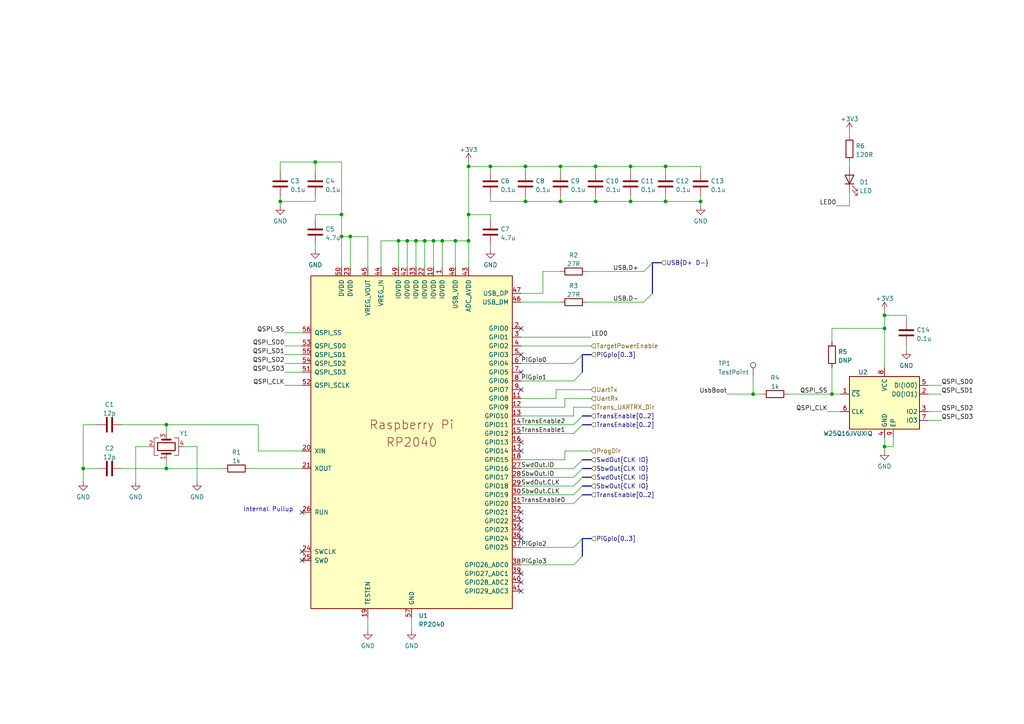
<source format=kicad_sch>
(kicad_sch (version 20211123) (generator eeschema)
  (paper "A4")
  (lib_symbols
    (symbol "Connector:TestPoint" (pin_numbers hide) (pin_names (offset 0.762) hide)
      (property "Reference" "TP" (at 0 6.858 0))
      (property "Value" "TestPoint" (at 0 5.08 0))
      (symbol "TestPoint_0_1"
        (circle (center 0 3.302) (radius 0.762))
      )
      (symbol "TestPoint_1_1"
        (pin passive line (at 0 0 90) (length 2.54) (name "1") (number "1"))
      )
    )
    (symbol "Device:C" (pin_numbers hide) (pin_names (offset 0.254))
      (property "Reference" "C" (at 0.635 2.54 0))
      (property "Value" "C" (at 0.635 -2.54 0))
      (symbol "C_0_1"
        (polyline (pts (xy -2.032 -0.762) (xy 2.032 -0.762)) (stroke (width 0.508)))
        (polyline (pts (xy -2.032 0.762) (xy 2.032 0.762)) (stroke (width 0.508)))
      )
      (symbol "C_1_1"
        (pin passive line (at 0 3.81 270) (length 2.794) (name "~") (number "1"))
        (pin passive line (at 0 -3.81 90) (length 2.794) (name "~") (number "2"))
      )
    )
    (symbol "Device:Crystal_GND24" (pin_names (offset 1.016) hide)
      (property "Reference" "Y" (at 3.175 5.08 0))
      (property "Value" "Crystal_GND24" (at 3.175 3.175 0))
      (symbol "Crystal_GND24_0_1"
        (rectangle (start -1.143 2.54) (end 1.143 -2.54) (stroke (width 0.3048)))
        (polyline (pts (xy -2.54 0) (xy -2.032 0)))
        (polyline (pts (xy -2.032 -1.27) (xy -2.032 1.27)) (stroke (width 0.508)))
        (polyline (pts (xy 0 -3.81) (xy 0 -3.556)))
        (polyline (pts (xy 0 3.556) (xy 0 3.81)))
        (polyline (pts (xy 2.032 -1.27) (xy 2.032 1.27)) (stroke (width 0.508)))
        (polyline (pts (xy 2.032 0) (xy 2.54 0)))
        (polyline (pts (xy -2.54 -2.286) (xy -2.54 -3.556) (xy 2.54 -3.556) (xy 2.54 -2.286)))
        (polyline (pts (xy -2.54 2.286) (xy -2.54 3.556) (xy 2.54 3.556) (xy 2.54 2.286)))
      )
      (symbol "Crystal_GND24_1_1"
        (pin passive line (at -3.81 0 0) (length 1.27) (name "1") (number "1"))
        (pin passive line (at 0 5.08 270) (length 1.27) (name "2") (number "2"))
        (pin passive line (at 3.81 0 180) (length 1.27) (name "3") (number "3"))
        (pin passive line (at 0 -5.08 90) (length 1.27) (name "4") (number "4"))
      )
    )
    (symbol "Device:LED" (pin_numbers hide) (pin_names (offset 1.016) hide)
      (property "Reference" "D" (at 0 2.54 0))
      (property "Value" "LED" (at 0 -2.54 0))
      (symbol "LED_0_1"
        (polyline (pts (xy -1.27 -1.27) (xy -1.27 1.27)) (stroke (width 0.254)))
        (polyline (pts (xy -1.27 0) (xy 1.27 0)))
        (polyline (pts (xy 1.27 -1.27) (xy 1.27 1.27) (xy -1.27 0) (xy 1.27 -1.27)) (stroke (width 0.254)))
        (polyline (pts (xy -3.048 -0.762) (xy -4.572 -2.286) (xy -3.81 -2.286) (xy -4.572 -2.286) (xy -4.572 -1.524)))
        (polyline (pts (xy -1.778 -0.762) (xy -3.302 -2.286) (xy -2.54 -2.286) (xy -3.302 -2.286) (xy -3.302 -1.524)))
      )
      (symbol "LED_1_1"
        (pin passive line (at -3.81 0 0) (length 2.54) (name "K") (number "1"))
        (pin passive line (at 3.81 0 180) (length 2.54) (name "A") (number "2"))
      )
    )
    (symbol "Device:R" (pin_numbers hide) (pin_names (offset 0))
      (property "Reference" "R" (at 2.032 0 90))
      (property "Value" "R" (at 0 0 90))
      (symbol "R_0_1"
        (rectangle (start -1.016 -2.54) (end 1.016 2.54) (stroke (width 0.254)))
      )
      (symbol "R_1_1"
        (pin passive line (at 0 3.81 270) (length 1.27) (name "~") (number "1"))
        (pin passive line (at 0 -3.81 90) (length 1.27) (name "~") (number "2"))
      )
    )
    (symbol "power:+3V3" (power) (pin_names (offset 0))
      (property "Value" "+3V3" (at 0 3.556 0))
      (symbol "+3V3_0_1"
        (polyline (pts (xy -0.762 1.27) (xy 0 2.54)))
        (polyline (pts (xy 0 0) (xy 0 2.54)))
        (polyline (pts (xy 0 2.54) (xy 0.762 1.27)))
      )
      (symbol "+3V3_1_1"
        (pin power_in line (at 0 0 90) (length 0) hide (name "+3V3") (number "1"))
      )
    )
    (symbol "power:GND" (power) (pin_names (offset 0))
      (property "Value" "GND" (at 0 -3.81 0))
      (symbol "GND_0_1"
        (polyline (pts (xy 0 0) (xy 0 -1.27) (xy 1.27 -1.27) (xy 0 -2.54) (xy -1.27 -1.27) (xy 0 -1.27)))
      )
      (symbol "GND_1_1"
        (pin power_in line (at 0 0 270) (length 0) hide (name "GND") (number "1"))
      )
    )
    (symbol "riotee:RP2040" (pin_names (offset 1.016))
      (property "Reference" "U" (at -29.21 49.53 0))
      (property "Value" "RP2040" (at 24.13 -49.53 0))
      (symbol "RP2040_0_0"
        (text "Raspberry Pi" (at 0 5.08 0) (effects (font (size 2.54 2.54))))
        (text "RP2040" (at 0 0 0) (effects (font (size 2.54 2.54))))
      )
      (symbol "RP2040_0_1"
        (rectangle (start 29.21 48.26) (end -29.21 -48.26) (stroke (width 0.254)) (fill (type background)))
      )
      (symbol "RP2040_1_1"
        (pin power_in line (at 8.89 50.8 270) (length 2.54) (name "IOVDD") (number "1"))
        (pin power_in line (at 6.35 50.8 270) (length 2.54) (name "IOVDD") (number "10"))
        (pin bidirectional line (at 31.75 12.7 180) (length 2.54) (name "GPIO8") (number "11"))
        (pin bidirectional line (at 31.75 10.16 180) (length 2.54) (name "GPIO9") (number "12"))
        (pin bidirectional line (at 31.75 7.62 180) (length 2.54) (name "GPIO10") (number "13"))
        (pin bidirectional line (at 31.75 5.08 180) (length 2.54) (name "GPIO11") (number "14"))
        (pin bidirectional line (at 31.75 2.54 180) (length 2.54) (name "GPIO12") (number "15"))
        (pin bidirectional line (at 31.75 0 180) (length 2.54) (name "GPIO13") (number "16"))
        (pin bidirectional line (at 31.75 -2.54 180) (length 2.54) (name "GPIO14") (number "17"))
        (pin bidirectional line (at 31.75 -5.08 180) (length 2.54) (name "GPIO15") (number "18"))
        (pin passive line (at -12.7 -50.8 90) (length 2.54) (name "TESTEN") (number "19"))
        (pin bidirectional line (at 31.75 33.02 180) (length 2.54) (name "GPIO0") (number "2"))
        (pin input line (at -31.75 -2.54 0) (length 2.54) (name "XIN") (number "20"))
        (pin passive line (at -31.75 -7.62 0) (length 2.54) (name "XOUT") (number "21"))
        (pin power_in line (at 3.81 50.8 270) (length 2.54) (name "IOVDD") (number "22"))
        (pin power_in line (at -17.78 50.8 270) (length 2.54) (name "DVDD") (number "23"))
        (pin output line (at -31.75 -31.75 0) (length 2.54) (name "SWCLK") (number "24"))
        (pin bidirectional line (at -31.75 -34.29 0) (length 2.54) (name "SWD") (number "25"))
        (pin input line (at -31.75 -20.32 0) (length 2.54) (name "RUN") (number "26"))
        (pin bidirectional line (at 31.75 -7.62 180) (length 2.54) (name "GPIO16") (number "27"))
        (pin bidirectional line (at 31.75 -10.16 180) (length 2.54) (name "GPIO17") (number "28"))
        (pin bidirectional line (at 31.75 -12.7 180) (length 2.54) (name "GPIO18") (number "29"))
        (pin bidirectional line (at 31.75 30.48 180) (length 2.54) (name "GPIO1") (number "3"))
        (pin bidirectional line (at 31.75 -15.24 180) (length 2.54) (name "GPIO19") (number "30"))
        (pin bidirectional line (at 31.75 -17.78 180) (length 2.54) (name "GPIO20") (number "31"))
        (pin bidirectional line (at 31.75 -20.32 180) (length 2.54) (name "GPIO21") (number "32"))
        (pin power_in line (at 1.27 50.8 270) (length 2.54) (name "IOVDD") (number "33"))
        (pin bidirectional line (at 31.75 -22.86 180) (length 2.54) (name "GPIO22") (number "34"))
        (pin bidirectional line (at 31.75 -25.4 180) (length 2.54) (name "GPIO23") (number "35"))
        (pin bidirectional line (at 31.75 -27.94 180) (length 2.54) (name "GPIO24") (number "36"))
        (pin bidirectional line (at 31.75 -30.48 180) (length 2.54) (name "GPIO25") (number "37"))
        (pin bidirectional line (at 31.75 -35.56 180) (length 2.54) (name "GPIO26_ADC0") (number "38"))
        (pin bidirectional line (at 31.75 -38.1 180) (length 2.54) (name "GPIO27_ADC1") (number "39"))
        (pin bidirectional line (at 31.75 27.94 180) (length 2.54) (name "GPIO2") (number "4"))
        (pin bidirectional line (at 31.75 -40.64 180) (length 2.54) (name "GPIO28_ADC2") (number "40"))
        (pin bidirectional line (at 31.75 -43.18 180) (length 2.54) (name "GPIO29_ADC3") (number "41"))
        (pin power_in line (at -1.27 50.8 270) (length 2.54) (name "IOVDD") (number "42"))
        (pin power_in line (at 16.51 50.8 270) (length 2.54) (name "ADC_AVDD") (number "43"))
        (pin power_in line (at -8.89 50.8 270) (length 2.54) (name "VREG_IN") (number "44"))
        (pin power_out line (at -12.7 50.8 270) (length 2.54) (name "VREG_VOUT") (number "45"))
        (pin bidirectional line (at 31.75 40.64 180) (length 2.54) (name "USB_DM") (number "46"))
        (pin bidirectional line (at 31.75 43.18 180) (length 2.54) (name "USB_DP") (number "47"))
        (pin power_in line (at 12.7 50.8 270) (length 2.54) (name "USB_VDD") (number "48"))
        (pin power_in line (at -3.81 50.8 270) (length 2.54) (name "IOVDD") (number "49"))
        (pin bidirectional line (at 31.75 25.4 180) (length 2.54) (name "GPIO3") (number "5"))
        (pin power_in line (at -20.32 50.8 270) (length 2.54) (name "DVDD") (number "50"))
        (pin bidirectional line (at -31.75 20.32 0) (length 2.54) (name "QSPI_SD3") (number "51"))
        (pin output line (at -31.75 16.51 0) (length 2.54) (name "QSPI_SCLK") (number "52"))
        (pin bidirectional line (at -31.75 27.94 0) (length 2.54) (name "QSPI_SD0") (number "53"))
        (pin bidirectional line (at -31.75 22.86 0) (length 2.54) (name "QSPI_SD2") (number "54"))
        (pin bidirectional line (at -31.75 25.4 0) (length 2.54) (name "QSPI_SD1") (number "55"))
        (pin bidirectional line (at -31.75 31.75 0) (length 2.54) (name "QSPI_SS") (number "56"))
        (pin power_in line (at 0 -50.8 90) (length 2.54) (name "GND") (number "57"))
        (pin bidirectional line (at 31.75 22.86 180) (length 2.54) (name "GPIO4") (number "6"))
        (pin bidirectional line (at 31.75 20.32 180) (length 2.54) (name "GPIO5") (number "7"))
        (pin bidirectional line (at 31.75 17.78 180) (length 2.54) (name "GPIO6") (number "8"))
        (pin bidirectional line (at 31.75 15.24 180) (length 2.54) (name "GPIO7") (number "9"))
      )
    )
    (symbol "riotee:W25Q16JVUXIQ"
      (property "Reference" "U" (at -8.89 8.89 0))
      (property "Value" "W25Q16JVUXIQ" (at 7.62 8.89 0))
      (symbol "W25Q16JVUXIQ_0_1"
        (rectangle (start -10.16 7.62) (end 10.16 -7.62) (stroke (width 0.254)) (fill (type background)))
      )
      (symbol "W25Q16JVUXIQ_1_1"
        (pin input line (at -12.7 2.54 0) (length 2.54) (name "~{CS}") (number "1"))
        (pin bidirectional line (at 12.7 2.54 180) (length 2.54) (name "DO(IO1)") (number "2"))
        (pin bidirectional line (at 12.7 -2.54 180) (length 2.54) (name "IO2") (number "3"))
        (pin power_in line (at 0 -10.16 90) (length 2.54) (name "GND") (number "4"))
        (pin bidirectional line (at 12.7 5.08 180) (length 2.54) (name "DI(IO0)") (number "5"))
        (pin input line (at -12.7 -2.54 0) (length 2.54) (name "CLK") (number "6"))
        (pin bidirectional line (at 12.7 -5.08 180) (length 2.54) (name "IO3") (number "7"))
        (pin power_in line (at 0 10.16 270) (length 2.54) (name "VCC") (number "8"))
        (pin passive line (at 2.54 -10.16 90) (length 2.54) (name "EP") (number "9"))
      )
    )
  )
  (junction (at 135.89 69.85))
  (junction (at 142.24 48.26))
  (junction (at 152.4 48.26))
  (junction (at 218.44 114.3))
  (junction (at 203.2 58.42))
  (junction (at 132.08 69.85))
  (junction (at 256.54 129.54))
  (junction (at 48.26 135.89))
  (junction (at 123.19 69.85))
  (junction (at 256.54 95.25))
  (junction (at 162.56 48.26))
  (junction (at 135.89 48.26))
  (junction (at 91.44 46.99))
  (junction (at 128.27 69.85))
  (junction (at 120.65 69.85))
  (junction (at 99.06 68.58))
  (junction (at 48.26 123.19))
  (junction (at 81.28 58.42))
  (junction (at 256.54 91.44))
  (junction (at 118.11 69.85))
  (junction (at 193.04 48.26))
  (junction (at 24.13 135.89))
  (junction (at 182.88 48.26))
  (junction (at 241.3 114.3))
  (junction (at 172.72 58.42))
  (junction (at 125.73 69.85))
  (junction (at 172.72 48.26))
  (junction (at 162.56 58.42))
  (junction (at 152.4 58.42))
  (junction (at 99.06 62.23))
  (junction (at 182.88 58.42))
  (junction (at 115.57 69.85))
  (junction (at 101.6 68.58))
  (junction (at 193.04 58.42))
  (junction (at 135.89 62.23))
  (no_connect (at 151.13 166.37))
  (no_connect (at 151.13 113.03))
  (no_connect (at 151.13 107.95))
  (no_connect (at 87.63 162.56))
  (no_connect (at 151.13 130.81))
  (no_connect (at 151.13 148.59))
  (no_connect (at 151.13 171.45))
  (no_connect (at 87.63 148.59))
  (no_connect (at 87.63 160.02))
  (no_connect (at 151.13 153.67))
  (no_connect (at 151.13 95.25))
  (no_connect (at 151.13 102.87))
  (no_connect (at 151.13 168.91))
  (no_connect (at 151.13 151.13))
  (no_connect (at 151.13 128.27))
  (no_connect (at 151.13 156.21))
  (bus_entry (at 189.23 85.09) (size -2.54 2.54))
  (bus_entry (at 168.91 143.51) (size -2.54 2.54))
  (bus_entry (at 168.91 156.21) (size -2.54 2.54))
  (bus_entry (at 168.91 120.65) (size -2.54 2.54))
  (bus_entry (at 168.91 107.95) (size -2.54 2.54))
  (bus_entry (at 168.91 123.19) (size -2.54 2.54))
  (bus_entry (at 168.91 135.89) (size -2.54 2.54))
  (bus_entry (at 168.91 140.97) (size -2.54 2.54))
  (bus_entry (at 189.23 76.2) (size -2.54 2.54))
  (bus_entry (at 168.91 161.29) (size -2.54 2.54))
  (bus_entry (at 168.91 102.87) (size -2.54 2.54))
  (bus_entry (at 168.91 138.43) (size -2.54 2.54))
  (bus_entry (at 168.91 133.35) (size -2.54 2.54))
  (wire (pts (xy 151.13 143.51) (xy 166.37 143.51)))
  (wire (pts (xy 135.89 69.85) (xy 135.89 77.47)))
  (wire (pts (xy 48.26 125.73) (xy 48.26 123.19)))
  (wire (pts (xy 256.54 90.17) (xy 256.54 91.44)))
  (wire (pts (xy 151.13 158.75) (xy 166.37 158.75)))
  (wire (pts (xy 166.37 118.11) (xy 171.45 118.11)))
  (wire (pts (xy 163.83 133.35) (xy 151.13 133.35)))
  (wire (pts (xy 142.24 71.12) (xy 142.24 72.39)))
  (wire (pts (xy 182.88 48.26) (xy 172.72 48.26)))
  (wire (pts (xy 101.6 77.47) (xy 101.6 68.58)))
  (wire (pts (xy 125.73 69.85) (xy 125.73 77.47)))
  (wire (pts (xy 91.44 71.12) (xy 91.44 72.39)))
  (wire (pts (xy 120.65 69.85) (xy 120.65 77.47)))
  (wire (pts (xy 91.44 46.99) (xy 91.44 49.53)))
  (wire (pts (xy 256.54 127) (xy 256.54 129.54)))
  (wire (pts (xy 246.38 38.1) (xy 246.38 39.37)))
  (wire (pts (xy 119.38 179.07) (xy 119.38 182.88)))
  (wire (pts (xy 151.13 163.83) (xy 166.37 163.83)))
  (wire (pts (xy 256.54 95.25) (xy 256.54 106.68)))
  (wire (pts (xy 163.83 115.57) (xy 171.45 115.57)))
  (wire (pts (xy 151.13 110.49) (xy 166.37 110.49)))
  (wire (pts (xy 43.18 129.54) (xy 39.37 129.54)))
  (wire (pts (xy 157.48 85.09) (xy 151.13 85.09)))
  (wire (pts (xy 193.04 49.53) (xy 193.04 48.26)))
  (wire (pts (xy 269.24 114.3) (xy 273.05 114.3)))
  (wire (pts (xy 171.45 130.81) (xy 163.83 130.81)))
  (wire (pts (xy 151.13 100.33) (xy 171.45 100.33)))
  (wire (pts (xy 151.13 135.89) (xy 166.37 135.89)))
  (wire (pts (xy 82.55 105.41) (xy 87.63 105.41)))
  (wire (pts (xy 218.44 109.22) (xy 218.44 114.3)))
  (wire (pts (xy 91.44 57.15) (xy 91.44 58.42)))
  (wire (pts (xy 170.18 78.74) (xy 186.69 78.74)))
  (wire (pts (xy 57.15 129.54) (xy 57.15 139.7)))
  (wire (pts (xy 151.13 123.19) (xy 166.37 123.19)))
  (wire (pts (xy 172.72 58.42) (xy 182.88 58.42)))
  (wire (pts (xy 132.08 69.85) (xy 135.89 69.85)))
  (wire (pts (xy 24.13 139.7) (xy 24.13 135.89)))
  (wire (pts (xy 142.24 48.26) (xy 135.89 48.26)))
  (wire (pts (xy 142.24 49.53) (xy 142.24 48.26)))
  (wire (pts (xy 132.08 69.85) (xy 132.08 77.47)))
  (wire (pts (xy 142.24 58.42) (xy 152.4 58.42)))
  (wire (pts (xy 135.89 46.99) (xy 135.89 48.26)))
  (bus (pts (xy 168.91 102.87) (xy 171.45 102.87)))
  (wire (pts (xy 152.4 57.15) (xy 152.4 58.42)))
  (wire (pts (xy 39.37 129.54) (xy 39.37 139.7)))
  (wire (pts (xy 142.24 63.5) (xy 142.24 62.23)))
  (wire (pts (xy 241.3 99.06) (xy 241.3 95.25)))
  (bus (pts (xy 168.91 156.21) (xy 168.91 161.29)))
  (wire (pts (xy 123.19 69.85) (xy 125.73 69.85)))
  (wire (pts (xy 48.26 123.19) (xy 35.56 123.19)))
  (wire (pts (xy 142.24 57.15) (xy 142.24 58.42)))
  (wire (pts (xy 193.04 48.26) (xy 182.88 48.26)))
  (wire (pts (xy 152.4 58.42) (xy 162.56 58.42)))
  (wire (pts (xy 35.56 135.89) (xy 48.26 135.89)))
  (wire (pts (xy 151.13 97.79) (xy 171.45 97.79)))
  (wire (pts (xy 241.3 114.3) (xy 243.84 114.3)))
  (wire (pts (xy 162.56 57.15) (xy 162.56 58.42)))
  (bus (pts (xy 168.91 133.35) (xy 171.45 133.35)))
  (wire (pts (xy 259.08 127) (xy 259.08 129.54)))
  (wire (pts (xy 246.38 46.99) (xy 246.38 48.26)))
  (wire (pts (xy 259.08 129.54) (xy 256.54 129.54)))
  (wire (pts (xy 123.19 69.85) (xy 123.19 77.47)))
  (wire (pts (xy 162.56 78.74) (xy 157.48 78.74)))
  (wire (pts (xy 161.29 113.03) (xy 161.29 115.57)))
  (wire (pts (xy 262.89 92.71) (xy 262.89 91.44)))
  (wire (pts (xy 91.44 62.23) (xy 99.06 62.23)))
  (bus (pts (xy 168.91 156.21) (xy 171.45 156.21)))
  (wire (pts (xy 228.6 114.3) (xy 241.3 114.3)))
  (wire (pts (xy 128.27 69.85) (xy 132.08 69.85)))
  (wire (pts (xy 151.13 118.11) (xy 163.83 118.11)))
  (wire (pts (xy 74.93 130.81) (xy 74.93 123.19)))
  (wire (pts (xy 203.2 49.53) (xy 203.2 48.26)))
  (wire (pts (xy 48.26 135.89) (xy 64.77 135.89)))
  (bus (pts (xy 191.77 76.2) (xy 189.23 76.2)))
  (wire (pts (xy 240.03 119.38) (xy 243.84 119.38)))
  (wire (pts (xy 163.83 130.81) (xy 163.83 133.35)))
  (wire (pts (xy 163.83 118.11) (xy 163.83 115.57)))
  (wire (pts (xy 99.06 46.99) (xy 99.06 62.23)))
  (bus (pts (xy 168.91 135.89) (xy 171.45 135.89)))
  (wire (pts (xy 101.6 68.58) (xy 99.06 68.58)))
  (wire (pts (xy 82.55 111.76) (xy 87.63 111.76)))
  (wire (pts (xy 48.26 135.89) (xy 48.26 133.35)))
  (wire (pts (xy 91.44 46.99) (xy 99.06 46.99)))
  (wire (pts (xy 72.39 135.89) (xy 87.63 135.89)))
  (wire (pts (xy 81.28 57.15) (xy 81.28 58.42)))
  (bus (pts (xy 168.91 138.43) (xy 171.45 138.43)))
  (wire (pts (xy 53.34 129.54) (xy 57.15 129.54)))
  (wire (pts (xy 110.49 77.47) (xy 110.49 69.85)))
  (wire (pts (xy 182.88 57.15) (xy 182.88 58.42)))
  (wire (pts (xy 135.89 48.26) (xy 135.89 62.23)))
  (wire (pts (xy 193.04 57.15) (xy 193.04 58.42)))
  (wire (pts (xy 256.54 91.44) (xy 256.54 95.25)))
  (wire (pts (xy 152.4 48.26) (xy 142.24 48.26)))
  (wire (pts (xy 172.72 57.15) (xy 172.72 58.42)))
  (wire (pts (xy 182.88 49.53) (xy 182.88 48.26)))
  (bus (pts (xy 168.91 123.19) (xy 171.45 123.19)))
  (wire (pts (xy 82.55 100.33) (xy 87.63 100.33)))
  (wire (pts (xy 24.13 135.89) (xy 24.13 123.19)))
  (bus (pts (xy 168.91 102.87) (xy 168.91 107.95)))
  (wire (pts (xy 203.2 48.26) (xy 193.04 48.26)))
  (wire (pts (xy 182.88 58.42) (xy 193.04 58.42)))
  (wire (pts (xy 151.13 87.63) (xy 162.56 87.63)))
  (bus (pts (xy 168.91 143.51) (xy 171.45 143.51)))
  (wire (pts (xy 241.3 106.68) (xy 241.3 114.3)))
  (wire (pts (xy 82.55 96.52) (xy 87.63 96.52)))
  (wire (pts (xy 142.24 62.23) (xy 135.89 62.23)))
  (wire (pts (xy 24.13 123.19) (xy 27.94 123.19)))
  (wire (pts (xy 106.68 68.58) (xy 101.6 68.58)))
  (wire (pts (xy 151.13 120.65) (xy 166.37 120.65)))
  (wire (pts (xy 151.13 105.41) (xy 166.37 105.41)))
  (wire (pts (xy 82.55 107.95) (xy 87.63 107.95)))
  (wire (pts (xy 171.45 113.03) (xy 161.29 113.03)))
  (wire (pts (xy 162.56 49.53) (xy 162.56 48.26)))
  (wire (pts (xy 106.68 179.07) (xy 106.68 182.88)))
  (wire (pts (xy 128.27 69.85) (xy 128.27 77.47)))
  (wire (pts (xy 269.24 121.92) (xy 273.05 121.92)))
  (wire (pts (xy 91.44 63.5) (xy 91.44 62.23)))
  (wire (pts (xy 48.26 123.19) (xy 74.93 123.19)))
  (wire (pts (xy 152.4 48.26) (xy 162.56 48.26)))
  (wire (pts (xy 241.3 95.25) (xy 256.54 95.25)))
  (wire (pts (xy 193.04 58.42) (xy 203.2 58.42)))
  (wire (pts (xy 115.57 69.85) (xy 115.57 77.47)))
  (wire (pts (xy 118.11 69.85) (xy 118.11 77.47)))
  (bus (pts (xy 189.23 76.2) (xy 189.23 85.09)))
  (wire (pts (xy 87.63 130.81) (xy 74.93 130.81)))
  (wire (pts (xy 256.54 129.54) (xy 256.54 130.81)))
  (wire (pts (xy 82.55 102.87) (xy 87.63 102.87)))
  (wire (pts (xy 118.11 69.85) (xy 120.65 69.85)))
  (wire (pts (xy 115.57 69.85) (xy 118.11 69.85)))
  (wire (pts (xy 91.44 58.42) (xy 81.28 58.42)))
  (wire (pts (xy 161.29 115.57) (xy 151.13 115.57)))
  (wire (pts (xy 135.89 62.23) (xy 135.89 69.85)))
  (wire (pts (xy 242.57 59.69) (xy 246.38 59.69)))
  (wire (pts (xy 99.06 77.47) (xy 99.06 68.58)))
  (wire (pts (xy 157.48 78.74) (xy 157.48 85.09)))
  (wire (pts (xy 110.49 69.85) (xy 115.57 69.85)))
  (bus (pts (xy 168.91 120.65) (xy 171.45 120.65)))
  (wire (pts (xy 170.18 87.63) (xy 186.69 87.63)))
  (wire (pts (xy 166.37 120.65) (xy 166.37 118.11)))
  (wire (pts (xy 152.4 49.53) (xy 152.4 48.26)))
  (wire (pts (xy 262.89 91.44) (xy 256.54 91.44)))
  (bus (pts (xy 168.91 140.97) (xy 171.45 140.97)))
  (wire (pts (xy 151.13 138.43) (xy 166.37 138.43)))
  (wire (pts (xy 151.13 125.73) (xy 166.37 125.73)))
  (wire (pts (xy 262.89 100.33) (xy 262.89 101.6)))
  (wire (pts (xy 172.72 48.26) (xy 162.56 48.26)))
  (wire (pts (xy 246.38 55.88) (xy 246.38 59.69)))
  (wire (pts (xy 203.2 58.42) (xy 203.2 59.69)))
  (wire (pts (xy 99.06 62.23) (xy 99.06 68.58)))
  (wire (pts (xy 269.24 119.38) (xy 273.05 119.38)))
  (wire (pts (xy 172.72 49.53) (xy 172.72 48.26)))
  (wire (pts (xy 269.24 111.76) (xy 273.05 111.76)))
  (wire (pts (xy 218.44 114.3) (xy 220.98 114.3)))
  (wire (pts (xy 151.13 146.05) (xy 166.37 146.05)))
  (wire (pts (xy 203.2 57.15) (xy 203.2 58.42)))
  (wire (pts (xy 151.13 140.97) (xy 166.37 140.97)))
  (wire (pts (xy 120.65 69.85) (xy 123.19 69.85)))
  (wire (pts (xy 106.68 77.47) (xy 106.68 68.58)))
  (wire (pts (xy 81.28 58.42) (xy 81.28 59.69)))
  (wire (pts (xy 81.28 46.99) (xy 91.44 46.99)))
  (wire (pts (xy 162.56 58.42) (xy 172.72 58.42)))
  (wire (pts (xy 125.73 69.85) (xy 128.27 69.85)))
  (wire (pts (xy 24.13 135.89) (xy 27.94 135.89)))
  (wire (pts (xy 81.28 49.53) (xy 81.28 46.99)))
  (wire (pts (xy 210.82 114.3) (xy 218.44 114.3)))
  (text "Internal Pullup" (at 85.09 148.59 180) (effects (font (size 1.27 1.27)) (justify right bottom)))
  (label "QSPI_SD2" (at 273.05 119.38 0))
  (label "QSPI_SD2" (at 82.55 105.41 180))
  (label "USB.D+" (at 177.8 78.74 0))
  (label "SwdOut.IO" (at 151.13 135.89 0))
  (label "QSPI_CLK" (at 240.03 119.38 180))
  (label "PiGpio3" (at 151.13 163.83 0))
  (label "PiGpio0" (at 151.13 105.41 0))
  (label "TransEnable0" (at 151.13 146.05 0))
  (label "QSPI_SD3" (at 273.05 121.92 0))
  (label "QSPI_SS" (at 82.55 96.52 180))
  (label "SwdOut.CLK" (at 151.13 140.97 0))
  (label "UsbBoot" (at 210.82 114.3 180))
  (label "QSPI_SD1" (at 273.05 114.3 0))
  (label "SbwOut.IO" (at 151.13 138.43 0))
  (label "SbwOut.CLK" (at 151.13 143.51 0))
  (label "QSPI_SD3" (at 82.55 107.95 180))
  (label "TransEnable2" (at 151.13 123.19 0))
  (label "QSPI_SD1" (at 82.55 102.87 180))
  (label "PiGpio2" (at 151.13 158.75 0))
  (label "QSPI_SD0" (at 82.55 100.33 180))
  (label "LED0" (at 242.57 59.69 180))
  (label "QSPI_SD0" (at 273.05 111.76 0))
  (label "QSPI_CLK" (at 82.55 111.76 180))
  (label "USB.D-" (at 177.8 87.63 0))
  (label "TransEnable1" (at 151.13 125.73 0))
  (label "LED0" (at 171.45 97.79 0))
  (label "QSPI_SS" (at 240.03 114.3 180))
  (label "PiGpio1" (at 151.13 110.49 0))
  (hierarchical_label "PiGpio[0..3]" (shape input) (at 171.45 102.87 0))
  (hierarchical_label "UartTx" (shape input) (at 171.45 113.03 0))
  (hierarchical_label "SwdOut{CLK IO}" (shape input) (at 171.45 138.43 0))
  (hierarchical_label "SwdOut{CLK IO}" (shape input) (at 171.45 133.35 0))
  (hierarchical_label "UartRx" (shape input) (at 171.45 115.57 0))
  (hierarchical_label "TransEnable[0..2]" (shape input) (at 171.45 143.51 0))
  (hierarchical_label "TargetPowerEnable" (shape input) (at 171.45 100.33 0))
  (hierarchical_label "Trans_UARTRX_Dir" (shape input) (at 171.45 118.11 0))
  (hierarchical_label "TransEnable[0..2]" (shape input) (at 171.45 123.19 0))
  (hierarchical_label "SbwOut{CLK IO}" (shape input) (at 171.45 135.89 0))
  (hierarchical_label "TransEnable[0..2]" (shape input) (at 171.45 120.65 0))
  (hierarchical_label "PiGpio[0..3]" (shape input) (at 171.45 156.21 0))
  (hierarchical_label "ProgDir" (shape input) (at 171.45 130.81 0))
  (hierarchical_label "SbwOut{CLK IO}" (shape input) (at 171.45 140.97 0))
  (hierarchical_label "USB{D+ D-}" (shape input) (at 191.77 76.2 0))
  (symbol (lib_id "Device:C") (at 142.24 53.34 0) (unit 1)
    (property "Reference" "C6" (at 145.161 52.5053 0) (effects (justify left)))
    (property "Value" "0.1u" (at 145.161 55.0422 0) (effects (justify left)))
    (property "Footprint" "Capacitor_SMD:C_0402_1005Metric" (effects hide))
    (property "MPN" "CL05A104KA5NNNC" (effects hide))
    (property "Description" "Cap, 0402, X5R/X7R, 10V" (effects hide))
  )
  (symbol (lib_id "power:+3V3") (at 135.89 46.99 0) (unit 1)
    (property "Reference" "#PWR08" (effects hide))
    (property "Value" "+3V3" (at 135.89 43.4142 0))
  )
  (symbol (lib_id "Device:R") (at 166.37 87.63 90) (unit 1)
    (property "Reference" "R3" (at 166.37 82.9142 90))
    (property "Value" "27R" (at 166.37 85.4511 90))
    (property "Footprint" "Resistor_SMD:R_0402_1005Metric" (effects hide))
    (property "MPN" "CR0402-FX-27R0GLF" (effects hide))
    (property "Description" "Res, 0402, 1%" (effects hide))
  )
  (symbol (lib_id "power:GND") (at 106.68 182.88 0) (unit 1)
    (property "Reference" "#PWR06" (effects hide))
    (property "Value" "GND" (at 106.68 187.3234 0))
  )
  (symbol (lib_id "Device:LED") (at 246.38 52.07 90) (unit 1)
    (property "Reference" "D1" (at 249.301 52.8228 90) (effects (justify right)))
    (property "Value" "LED" (at 249.301 55.3597 90) (effects (justify right)))
    (property "Footprint" "LED_SMD:LED_0402_1005Metric" (effects hide))
    (property "MPN" "QBLP595-AG1" (effects hide))
    (property "Description" "LED, 0402, green, clear" (effects hide))
  )
  (symbol (lib_id "Device:Crystal_GND24") (at 48.26 129.54 90) (unit 1)
    (property "Reference" "Y1" (at 53.34 125.73 90))
    (property "Value" "Crystal_GND24" (effects hide))
    (property "Footprint" "riotee:RALTRON_RH100" (effects hide))
    (property "MPN" "RH100-12.000-18-2030-TR" (effects hide))
    (property "Description" "12MHZ 18PF Crystal" (effects hide))
  )
  (symbol (lib_id "riotee:RP2040") (at 119.38 128.27 0) (unit 1)
    (property "Reference" "U1" (at 121.3994 178.5604 0) (effects (justify left)))
    (property "Value" "RP2040" (at 121.3994 181.0973 0) (effects (justify left)))
    (property "Footprint" "riotee:RP_RP2040" (effects hide))
    (property "MPN" "RP2040" (effects hide))
  )
  (symbol (lib_id "Device:C") (at 81.28 53.34 0) (unit 1)
    (property "Reference" "C3" (at 84.201 52.5053 0) (effects (justify left)))
    (property "Value" "0.1u" (at 84.201 55.0422 0) (effects (justify left)))
    (property "Footprint" "Capacitor_SMD:C_0402_1005Metric" (effects hide))
    (property "MPN" "CL05A104KA5NNNC" (effects hide))
    (property "Description" "Cap, 0402, X5R/X7R, 10V" (effects hide))
  )
  (symbol (lib_id "Device:C") (at 91.44 53.34 0) (unit 1)
    (property "Reference" "C4" (at 94.361 52.5053 0) (effects (justify left)))
    (property "Value" "0.1u" (at 94.361 55.0422 0) (effects (justify left)))
    (property "Footprint" "Capacitor_SMD:C_0402_1005Metric" (effects hide))
    (property "MPN" "CL05A104KA5NNNC" (effects hide))
    (property "Description" "Cap, 0402, X5R/X7R, 10V" (effects hide))
  )
  (symbol (lib_id "Connector:TestPoint") (at 218.44 109.22 0) (unit 1) (in_bom no)
    (property "Reference" "TP1" (at 208.28 105.4131 0) (effects (justify left)))
    (property "Value" "TestPoint" (at 208.28 107.95 0) (effects (justify left)))
    (property "Footprint" "TestPoint:TestPoint_Pad_D1.0mm" (effects hide))
  )
  (symbol (lib_id "power:+3V3") (at 256.54 90.17 0) (unit 1)
    (property "Reference" "#PWR012" (effects hide))
    (property "Value" "+3V3" (at 256.54 86.5942 0))
  )
  (symbol (lib_id "Device:R") (at 241.3 102.87 0) (unit 1)
    (property "Reference" "R5" (at 243.078 102.0353 0) (effects (justify left)))
    (property "Value" "DNP" (at 243.078 104.5722 0) (effects (justify left)))
    (property "Footprint" "Resistor_SMD:R_0402_1005Metric" (effects hide))
  )
  (symbol (lib_id "power:+3V3") (at 246.38 38.1 0) (unit 1)
    (property "Reference" "#PWR011" (effects hide))
    (property "Value" "+3V3" (at 246.38 34.5242 0))
  )
  (symbol (lib_id "Device:C") (at 193.04 53.34 0) (unit 1)
    (property "Reference" "C12" (at 195.961 52.5053 0) (effects (justify left)))
    (property "Value" "0.1u" (at 195.961 55.0422 0) (effects (justify left)))
    (property "Footprint" "Capacitor_SMD:C_0402_1005Metric" (effects hide))
    (property "MPN" "CL05A104KA5NNNC" (effects hide))
    (property "Description" "Cap, 0402, X5R/X7R, 10V" (effects hide))
  )
  (symbol (lib_id "power:GND") (at 142.24 72.39 0) (unit 1)
    (property "Reference" "#PWR09" (effects hide))
    (property "Value" "GND" (at 142.24 76.8334 0))
  )
  (symbol (lib_id "Device:C") (at 31.75 123.19 90) (unit 1)
    (property "Reference" "C1" (at 31.75 117.3312 90))
    (property "Value" "12p" (at 31.75 119.8681 90))
    (property "Footprint" "Capacitor_SMD:C_0402_1005Metric" (effects hide))
    (property "MPN" "04025A120JAT2A" (effects hide))
    (property "Description" "Cap, 0402, C0G/NP0, 50V" (effects hide))
  )
  (symbol (lib_id "Device:C") (at 91.44 67.31 0) (unit 1)
    (property "Reference" "C5" (at 94.361 66.4753 0) (effects (justify left)))
    (property "Value" "4.7u" (at 94.361 69.0122 0) (effects (justify left)))
    (property "Footprint" "Capacitor_SMD:C_0402_1005Metric" (effects hide))
    (property "MPN" "CL05A475MP5NRNC" (effects hide))
    (property "Description" "Cap, 0402, X5R/X7R, 10V" (effects hide))
  )
  (symbol (lib_id "power:GND") (at 256.54 130.81 0) (unit 1)
    (property "Reference" "#PWR013" (effects hide))
    (property "Value" "GND" (at 256.54 135.2534 0))
  )
  (symbol (lib_id "riotee:W25Q16JVUXIQ") (at 256.54 116.84 0) (unit 1)
    (property "Reference" "U2" (at 248.92 107.95 0) (effects (justify left)))
    (property "Value" "W25Q16JVUXIQ" (at 238.76 125.73 0) (effects (justify left)))
    (property "Footprint" "riotee:WB_UX8" (effects hide))
    (property "Datasheet" "https://www.winbond.com/resource-files/w25q16jv%20spi%20revh%2004082019%20plus.pdf" (effects hide))
    (property "MPN" "W25Q16JVUXIQ" (effects hide))
    (property "Description" "16Mbi SPI NOR flash" (effects hide))
  )
  (symbol (lib_id "power:GND") (at 57.15 139.7 0) (unit 1)
    (property "Reference" "#PWR03" (effects hide))
    (property "Value" "GND" (at 57.15 144.1434 0))
  )
  (symbol (lib_id "Device:C") (at 172.72 53.34 0) (unit 1)
    (property "Reference" "C10" (at 175.641 52.5053 0) (effects (justify left)))
    (property "Value" "0.1u" (at 175.641 55.0422 0) (effects (justify left)))
    (property "Footprint" "Capacitor_SMD:C_0402_1005Metric" (effects hide))
    (property "MPN" "CL05A104KA5NNNC" (effects hide))
    (property "Description" "Cap, 0402, X5R/X7R, 10V" (effects hide))
  )
  (symbol (lib_id "Device:C") (at 162.56 53.34 0) (unit 1)
    (property "Reference" "C9" (at 165.481 52.5053 0) (effects (justify left)))
    (property "Value" "0.1u" (at 165.481 55.0422 0) (effects (justify left)))
    (property "Footprint" "Capacitor_SMD:C_0402_1005Metric" (effects hide))
    (property "MPN" "CL05A104KA5NNNC" (effects hide))
    (property "Description" "Cap, 0402, X5R/X7R, 10V" (effects hide))
  )
  (symbol (lib_id "Device:R") (at 224.79 114.3 90) (unit 1)
    (property "Reference" "R4" (at 224.79 109.5842 90))
    (property "Value" "1k" (at 224.79 112.1211 90))
    (property "Footprint" "Resistor_SMD:R_0402_1005Metric" (effects hide))
    (property "MPN" "WR04X1001FTL" (effects hide))
    (property "Description" "Res, 0402, 1%" (effects hide))
  )
  (symbol (lib_id "Device:C") (at 31.75 135.89 270) (unit 1)
    (property "Reference" "C2" (at 31.75 130.0312 90))
    (property "Value" "12p" (at 31.75 132.5681 90))
    (property "Footprint" "Capacitor_SMD:C_0402_1005Metric" (effects hide))
    (property "MPN" "04025A120JAT2A" (effects hide))
    (property "Description" "Cap, 0402, C0G/NP0, 50V" (effects hide))
  )
  (symbol (lib_id "power:GND") (at 39.37 139.7 0) (unit 1)
    (property "Reference" "#PWR02" (effects hide))
    (property "Value" "GND" (at 39.37 144.1434 0))
  )
  (symbol (lib_id "Device:C") (at 182.88 53.34 0) (unit 1)
    (property "Reference" "C11" (at 185.801 52.5053 0) (effects (justify left)))
    (property "Value" "0.1u" (at 185.801 55.0422 0) (effects (justify left)))
    (property "Footprint" "Capacitor_SMD:C_0402_1005Metric" (effects hide))
    (property "MPN" "CL05A104KA5NNNC" (effects hide))
    (property "Description" "Cap, 0402, X5R/X7R, 10V" (effects hide))
  )
  (symbol (lib_id "Device:C") (at 262.89 96.52 0) (unit 1)
    (property "Reference" "C14" (at 265.811 95.6853 0) (effects (justify left)))
    (property "Value" "0.1u" (at 265.811 98.2222 0) (effects (justify left)))
    (property "Footprint" "Capacitor_SMD:C_0402_1005Metric" (effects hide))
    (property "MPN" "CL05A104KA5NNNC" (effects hide))
    (property "Description" "Cap, 0402, X5R/X7R, 10V" (effects hide))
  )
  (symbol (lib_id "Device:C") (at 142.24 67.31 0) (unit 1)
    (property "Reference" "C7" (at 145.161 66.4753 0) (effects (justify left)))
    (property "Value" "4.7u" (at 145.161 69.0122 0) (effects (justify left)))
    (property "Footprint" "Capacitor_SMD:C_0402_1005Metric" (effects hide))
    (property "MPN" "CL05A475MP5NRNC" (effects hide))
    (property "Description" "Cap, 0402, X5R/X7R, 10V" (effects hide))
  )
  (symbol (lib_id "power:GND") (at 91.44 72.39 0) (unit 1)
    (property "Reference" "#PWR05" (effects hide))
    (property "Value" "GND" (at 91.44 76.8334 0))
  )
  (symbol (lib_id "Device:R") (at 68.58 135.89 90) (unit 1)
    (property "Reference" "R1" (at 68.58 131.1742 90))
    (property "Value" "1k" (at 68.58 133.7111 90))
    (property "Footprint" "Resistor_SMD:R_0402_1005Metric" (effects hide))
    (property "MPN" "WR04X1001FTL" (effects hide))
    (property "Description" "Res, 0402, 1%" (effects hide))
  )
  (symbol (lib_id "Device:R") (at 246.38 43.18 0) (unit 1)
    (property "Reference" "R6" (at 248.158 42.3453 0) (effects (justify left)))
    (property "Value" "120R" (at 248.158 44.8822 0) (effects (justify left)))
    (property "Footprint" "Resistor_SMD:R_0402_1005Metric" (effects hide))
    (property "MPN" "CR0402-FX-1200GLF" (effects hide))
    (property "Description" "Res, 0402, 1%" (effects hide))
  )
  (symbol (lib_id "Device:R") (at 166.37 78.74 90) (unit 1)
    (property "Reference" "R2" (at 166.37 74.0242 90))
    (property "Value" "27R" (at 166.37 76.5611 90))
    (property "Footprint" "Resistor_SMD:R_0402_1005Metric" (effects hide))
    (property "MPN" "CR0402-FX-27R0GLF" (effects hide))
    (property "Description" "Res, 0402, 1%" (effects hide))
  )
  (symbol (lib_id "power:GND") (at 262.89 101.6 0) (unit 1)
    (property "Reference" "#PWR014" (effects hide))
    (property "Value" "GND" (at 262.89 106.0434 0))
  )
  (symbol (lib_id "power:GND") (at 119.38 182.88 0) (unit 1)
    (property "Reference" "#PWR07" (effects hide))
    (property "Value" "GND" (at 119.38 187.3234 0))
  )
  (symbol (lib_id "power:GND") (at 24.13 139.7 0) (unit 1)
    (property "Reference" "#PWR01" (effects hide))
    (property "Value" "GND" (at 24.13 144.1434 0))
  )
  (symbol (lib_id "power:GND") (at 203.2 59.69 0) (unit 1)
    (property "Reference" "#PWR010" (effects hide))
    (property "Value" "GND" (at 203.2 64.1334 0))
  )
  (symbol (lib_id "Device:C") (at 152.4 53.34 0) (unit 1)
    (property "Reference" "C8" (at 155.321 52.5053 0) (effects (justify left)))
    (property "Value" "0.1u" (at 155.321 55.0422 0) (effects (justify left)))
    (property "Footprint" "Capacitor_SMD:C_0402_1005Metric" (effects hide))
    (property "MPN" "CL05A104KA5NNNC" (effects hide))
    (property "Description" "Cap, 0402, X5R/X7R, 10V" (effects hide))
  )
  (symbol (lib_id "Device:C") (at 203.2 53.34 0) (unit 1)
    (property "Reference" "C13" (at 206.121 52.5053 0) (effects (justify left)))
    (property "Value" "0.1u" (at 206.121 55.0422 0) (effects (justify left)))
    (property "Footprint" "Capacitor_SMD:C_0402_1005Metric" (effects hide))
    (property "MPN" "CL05A104KA5NNNC" (effects hide))
    (property "Description" "Cap, 0402, X5R/X7R, 10V" (effects hide))
  )
  (symbol (lib_id "power:GND") (at 81.28 59.69 0) (unit 1)
    (property "Reference" "#PWR04" (effects hide))
    (property "Value" "GND" (at 81.28 64.1334 0))
  )
)
</source>
